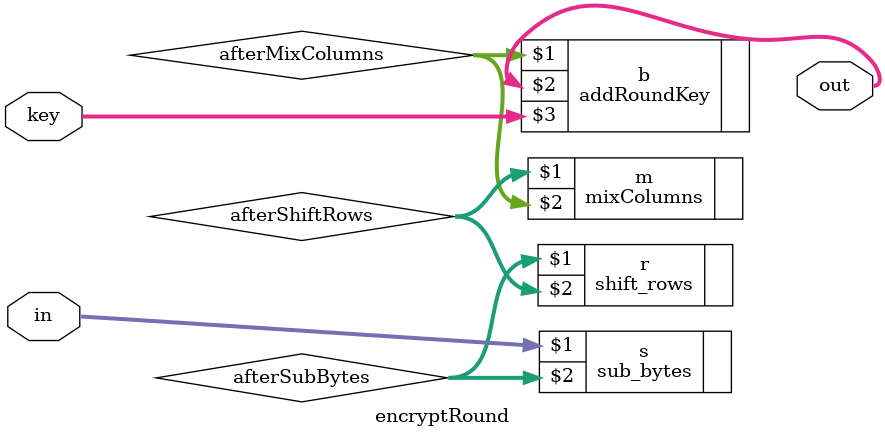
<source format=v>
module encryptRound(in,key,out);
input [127:0] in;
output [127:0] out;
input [127:0] key;
wire [127:0] afterSubBytes;
wire [127:0] afterShiftRows;
wire [127:0] afterMixColumns;
wire [127:0] afterAddroundKey;

sub_bytes s(in,afterSubBytes);
shift_rows r(afterSubBytes,afterShiftRows);
mixColumns m(afterShiftRows,afterMixColumns);
addRoundKey b(afterMixColumns,out,key);
		
endmodule

</source>
